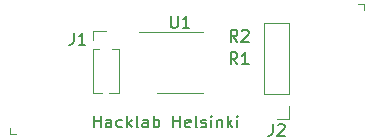
<source format=gbr>
G04 #@! TF.GenerationSoftware,KiCad,Pcbnew,6.0.4-6f826c9f35~116~ubuntu18.04.1*
G04 #@! TF.CreationDate,2022-09-06T13:01:24+03:00*
G04 #@! TF.ProjectId,soic,736f6963-2e6b-4696-9361-645f70636258,rev?*
G04 #@! TF.SameCoordinates,Original*
G04 #@! TF.FileFunction,Legend,Top*
G04 #@! TF.FilePolarity,Positive*
%FSLAX46Y46*%
G04 Gerber Fmt 4.6, Leading zero omitted, Abs format (unit mm)*
G04 Created by KiCad (PCBNEW 6.0.4-6f826c9f35~116~ubuntu18.04.1) date 2022-09-06 13:01:24*
%MOMM*%
%LPD*%
G01*
G04 APERTURE LIST*
%ADD10C,0.120000*%
%ADD11C,0.150000*%
G04 APERTURE END LIST*
D10*
X15000000Y11004800D02*
X15000000Y10504800D01*
X14500000Y11004800D02*
X15000000Y11004800D01*
X-15000000Y4800D02*
X-14500000Y4800D01*
X-15000000Y504800D02*
X-15000000Y4800D01*
D11*
X-7861428Y552419D02*
X-7861428Y1552419D01*
X-7861428Y1076228D02*
X-7290000Y1076228D01*
X-7290000Y552419D02*
X-7290000Y1552419D01*
X-6385238Y552419D02*
X-6385238Y1076228D01*
X-6432857Y1171466D01*
X-6528095Y1219085D01*
X-6718571Y1219085D01*
X-6813809Y1171466D01*
X-6385238Y600038D02*
X-6480476Y552419D01*
X-6718571Y552419D01*
X-6813809Y600038D01*
X-6861428Y695276D01*
X-6861428Y790514D01*
X-6813809Y885752D01*
X-6718571Y933371D01*
X-6480476Y933371D01*
X-6385238Y980990D01*
X-5480476Y600038D02*
X-5575714Y552419D01*
X-5766190Y552419D01*
X-5861428Y600038D01*
X-5909047Y647657D01*
X-5956666Y742895D01*
X-5956666Y1028609D01*
X-5909047Y1123847D01*
X-5861428Y1171466D01*
X-5766190Y1219085D01*
X-5575714Y1219085D01*
X-5480476Y1171466D01*
X-5051904Y552419D02*
X-5051904Y1552419D01*
X-4956666Y933371D02*
X-4670952Y552419D01*
X-4670952Y1219085D02*
X-5051904Y838133D01*
X-4099523Y552419D02*
X-4194761Y600038D01*
X-4242380Y695276D01*
X-4242380Y1552419D01*
X-3290000Y552419D02*
X-3290000Y1076228D01*
X-3337619Y1171466D01*
X-3432857Y1219085D01*
X-3623333Y1219085D01*
X-3718571Y1171466D01*
X-3290000Y600038D02*
X-3385238Y552419D01*
X-3623333Y552419D01*
X-3718571Y600038D01*
X-3766190Y695276D01*
X-3766190Y790514D01*
X-3718571Y885752D01*
X-3623333Y933371D01*
X-3385238Y933371D01*
X-3290000Y980990D01*
X-2813809Y552419D02*
X-2813809Y1552419D01*
X-2813809Y1171466D02*
X-2718571Y1219085D01*
X-2528095Y1219085D01*
X-2432857Y1171466D01*
X-2385238Y1123847D01*
X-2337619Y1028609D01*
X-2337619Y742895D01*
X-2385238Y647657D01*
X-2432857Y600038D01*
X-2528095Y552419D01*
X-2718571Y552419D01*
X-2813809Y600038D01*
X-1147142Y552419D02*
X-1147142Y1552419D01*
X-1147142Y1076228D02*
X-575714Y1076228D01*
X-575714Y552419D02*
X-575714Y1552419D01*
X281428Y600038D02*
X186190Y552419D01*
X-4285Y552419D01*
X-99523Y600038D01*
X-147142Y695276D01*
X-147142Y1076228D01*
X-99523Y1171466D01*
X-4285Y1219085D01*
X186190Y1219085D01*
X281428Y1171466D01*
X329047Y1076228D01*
X329047Y980990D01*
X-147142Y885752D01*
X900476Y552419D02*
X805238Y600038D01*
X757619Y695276D01*
X757619Y1552419D01*
X1233809Y600038D02*
X1329047Y552419D01*
X1519523Y552419D01*
X1614761Y600038D01*
X1662380Y695276D01*
X1662380Y742895D01*
X1614761Y838133D01*
X1519523Y885752D01*
X1376666Y885752D01*
X1281428Y933371D01*
X1233809Y1028609D01*
X1233809Y1076228D01*
X1281428Y1171466D01*
X1376666Y1219085D01*
X1519523Y1219085D01*
X1614761Y1171466D01*
X2090952Y552419D02*
X2090952Y1219085D01*
X2090952Y1552419D02*
X2043333Y1504800D01*
X2090952Y1457180D01*
X2138571Y1504800D01*
X2090952Y1552419D01*
X2090952Y1457180D01*
X2567142Y1219085D02*
X2567142Y552419D01*
X2567142Y1123847D02*
X2614761Y1171466D01*
X2709999Y1219085D01*
X2852857Y1219085D01*
X2948095Y1171466D01*
X2995714Y1076228D01*
X2995714Y552419D01*
X3471904Y552419D02*
X3471904Y1552419D01*
X3567142Y933371D02*
X3852857Y552419D01*
X3852857Y1219085D02*
X3471904Y838133D01*
X4281428Y552419D02*
X4281428Y1219085D01*
X4281428Y1552419D02*
X4233809Y1504800D01*
X4281428Y1457180D01*
X4329047Y1504800D01*
X4281428Y1552419D01*
X4281428Y1457180D01*
G04 #@! TO.C,J2*
X7286666Y842419D02*
X7286666Y128133D01*
X7239047Y-14723D01*
X7143809Y-109961D01*
X7000952Y-157580D01*
X6905714Y-157580D01*
X7715238Y747180D02*
X7762857Y794800D01*
X7858095Y842419D01*
X8096190Y842419D01*
X8191428Y794800D01*
X8239047Y747180D01*
X8286666Y651942D01*
X8286666Y556704D01*
X8239047Y413847D01*
X7667619Y-157580D01*
X8286666Y-157580D01*
G04 #@! TO.C,R2*
X4278333Y7807419D02*
X3945000Y8283609D01*
X3706904Y7807419D02*
X3706904Y8807419D01*
X4087857Y8807419D01*
X4183095Y8759800D01*
X4230714Y8712180D01*
X4278333Y8616942D01*
X4278333Y8474085D01*
X4230714Y8378847D01*
X4183095Y8331228D01*
X4087857Y8283609D01*
X3706904Y8283609D01*
X4659285Y8712180D02*
X4706904Y8759800D01*
X4802142Y8807419D01*
X5040238Y8807419D01*
X5135476Y8759800D01*
X5183095Y8712180D01*
X5230714Y8616942D01*
X5230714Y8521704D01*
X5183095Y8378847D01*
X4611666Y7807419D01*
X5230714Y7807419D01*
G04 #@! TO.C,R1*
X4278333Y5902419D02*
X3945000Y6378609D01*
X3706904Y5902419D02*
X3706904Y6902419D01*
X4087857Y6902419D01*
X4183095Y6854800D01*
X4230714Y6807180D01*
X4278333Y6711942D01*
X4278333Y6569085D01*
X4230714Y6473847D01*
X4183095Y6426228D01*
X4087857Y6378609D01*
X3706904Y6378609D01*
X5230714Y5902419D02*
X4659285Y5902419D01*
X4945000Y5902419D02*
X4945000Y6902419D01*
X4849761Y6759561D01*
X4754523Y6664323D01*
X4659285Y6616704D01*
G04 #@! TO.C,J1*
X-9583333Y8552419D02*
X-9583333Y7838133D01*
X-9630952Y7695276D01*
X-9726190Y7600038D01*
X-9869047Y7552419D01*
X-9964285Y7552419D01*
X-8583333Y7552419D02*
X-9154761Y7552419D01*
X-8869047Y7552419D02*
X-8869047Y8552419D01*
X-8964285Y8409561D01*
X-9059523Y8314323D01*
X-9154761Y8266704D01*
G04 #@! TO.C,U1*
X-1346904Y9985419D02*
X-1346904Y9175895D01*
X-1299285Y9080657D01*
X-1251666Y9033038D01*
X-1156428Y8985419D01*
X-965952Y8985419D01*
X-870714Y9033038D01*
X-823095Y9080657D01*
X-775476Y9175895D01*
X-775476Y9985419D01*
X224523Y8985419D02*
X-346904Y8985419D01*
X-61190Y8985419D02*
X-61190Y9985419D01*
X-156428Y9842561D01*
X-251666Y9747323D01*
X-346904Y9699704D01*
D10*
G04 #@! TO.C,J2*
X6560000Y3354800D02*
X6560000Y9414800D01*
X8680000Y3354800D02*
X6560000Y3354800D01*
X8680000Y1294800D02*
X7620000Y1294800D01*
X8680000Y9414800D02*
X6560000Y9414800D01*
X8680000Y2354800D02*
X8680000Y1294800D01*
X8680000Y3354800D02*
X8680000Y9414800D01*
G04 #@! TO.C,J1*
X-7980000Y8702800D02*
X-6870000Y8702800D01*
X-7980000Y7942800D02*
X-7980000Y8702800D01*
X-6306529Y7182800D02*
X-5760000Y7182800D01*
X-7980000Y7182800D02*
X-7433471Y7182800D01*
X-5760000Y7182800D02*
X-5760000Y3437800D01*
X-7980000Y7182800D02*
X-7980000Y3437800D01*
X-6562470Y3437800D02*
X-5760000Y3437800D01*
X-7980000Y3437800D02*
X-7177530Y3437800D01*
G04 #@! TO.C,U1*
X-585000Y8597800D02*
X-4035000Y8597800D01*
X-585000Y8597800D02*
X1365000Y8597800D01*
X-585000Y3477800D02*
X-2535000Y3477800D01*
X-585000Y3477800D02*
X1365000Y3477800D01*
G04 #@! TD*
M02*

</source>
